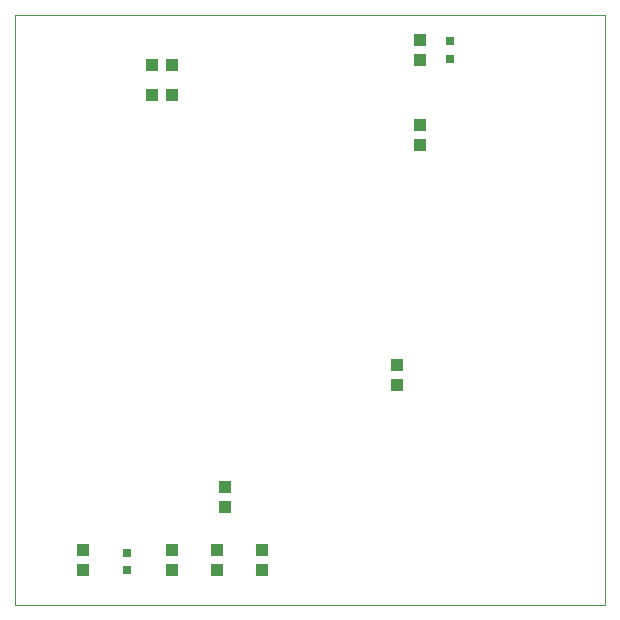
<source format=gtp>
G75*
%MOIN*%
%OFA0B0*%
%FSLAX25Y25*%
%IPPOS*%
%LPD*%
%AMOC8*
5,1,8,0,0,1.08239X$1,22.5*
%
%ADD10C,0.00000*%
%ADD11R,0.04331X0.03937*%
%ADD12R,0.03937X0.04331*%
%ADD13R,0.03150X0.03150*%
D10*
X0001800Y0007548D02*
X0001800Y0204398D01*
X0198650Y0204398D01*
X0198650Y0007548D01*
X0001800Y0007548D01*
D11*
X0024430Y0019322D03*
X0024430Y0026014D03*
X0136800Y0189202D03*
X0136800Y0195894D03*
D12*
X0136800Y0167587D03*
X0136800Y0160894D03*
X0129300Y0087666D03*
X0129300Y0080973D03*
X0084300Y0025894D03*
X0084300Y0019202D03*
X0069300Y0019202D03*
X0069300Y0025894D03*
X0071800Y0040422D03*
X0071800Y0047115D03*
X0054300Y0025894D03*
X0054300Y0019202D03*
X0054162Y0177548D03*
X0047469Y0177548D03*
X0047469Y0187548D03*
X0054162Y0187548D03*
D13*
X0146800Y0189595D03*
X0146800Y0195501D03*
X0039340Y0025051D03*
X0039340Y0019145D03*
M02*

</source>
